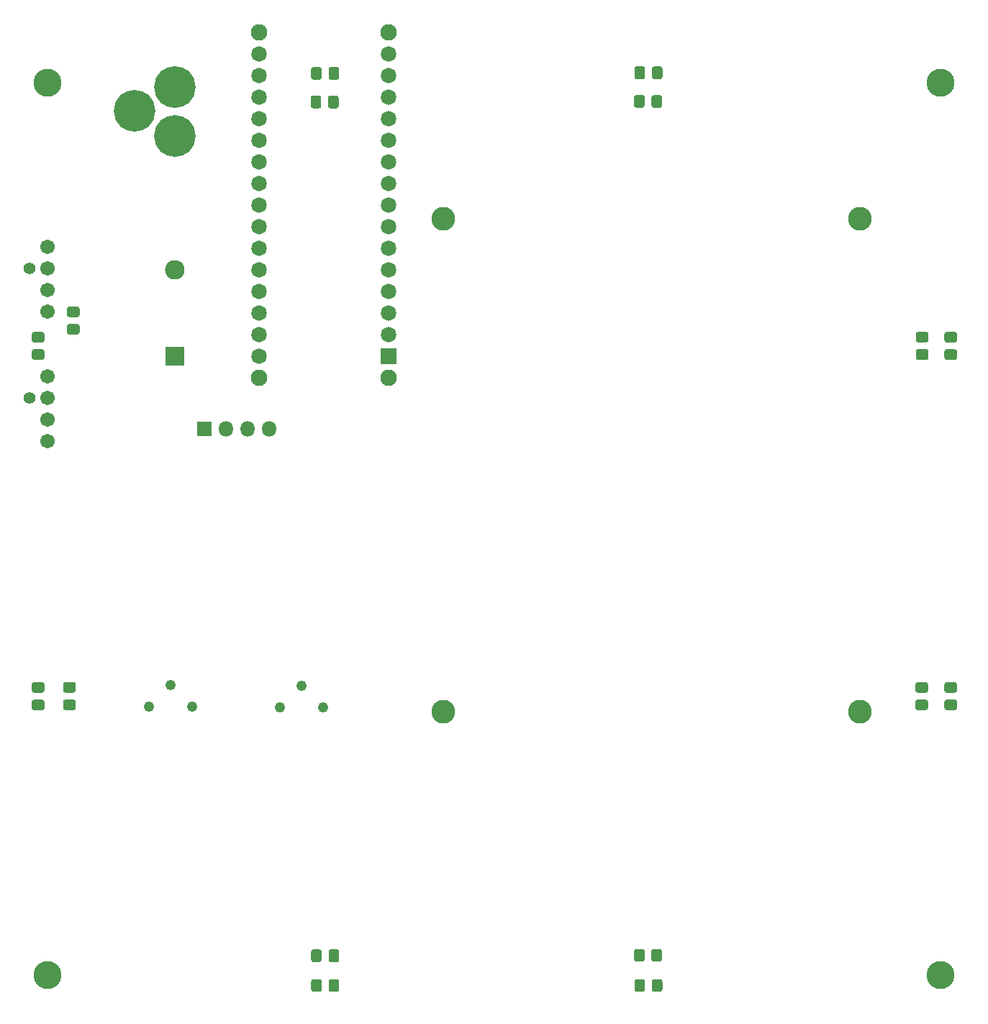
<source format=gbr>
%TF.GenerationSoftware,KiCad,Pcbnew,(5.1.6)-1*%
%TF.CreationDate,2024-05-27T20:35:23-04:00*%
%TF.ProjectId,watercooled-pi-120mm,77617465-7263-46f6-9f6c-65642d70692d,rev?*%
%TF.SameCoordinates,Original*%
%TF.FileFunction,Soldermask,Bot*%
%TF.FilePolarity,Negative*%
%FSLAX46Y46*%
G04 Gerber Fmt 4.6, Leading zero omitted, Abs format (unit mm)*
G04 Created by KiCad (PCBNEW (5.1.6)-1) date 2024-05-27 20:35:23*
%MOMM*%
%LPD*%
G01*
G04 APERTURE LIST*
%ADD10R,2.300000X2.300000*%
%ADD11O,2.300000X2.300000*%
%ADD12C,3.300000*%
%ADD13C,2.800000*%
%ADD14C,1.705000*%
%ADD15C,1.400000*%
%ADD16C,4.900000*%
%ADD17R,1.800000X1.800000*%
%ADD18O,1.800000X1.800000*%
%ADD19C,1.220000*%
%ADD20C,1.950000*%
%ADD21R,1.827200X1.827200*%
%ADD22C,1.827200*%
G04 APERTURE END LIST*
D10*
%TO.C,D1*%
X117157500Y-75565000D03*
D11*
X117157500Y-65405000D03*
%TD*%
D12*
%TO.C,H1*%
X102171500Y-43370500D03*
%TD*%
%TO.C,H2*%
X207200500Y-43370500D03*
%TD*%
%TO.C,H3*%
X102171500Y-148399500D03*
%TD*%
%TO.C,H4*%
X207200500Y-148399500D03*
%TD*%
D13*
%TO.C,H5*%
X148717000Y-59372500D03*
%TD*%
%TO.C,H6*%
X197739000Y-59372500D03*
%TD*%
%TO.C,H7*%
X148717000Y-117411500D03*
%TD*%
%TO.C,H8*%
X197739000Y-117411500D03*
%TD*%
D14*
%TO.C,J0*%
X102171500Y-85534500D03*
X102171500Y-82994500D03*
X102171500Y-80454500D03*
X102171500Y-77914500D03*
D15*
X100011500Y-80454500D03*
%TD*%
%TO.C,J1*%
X100011500Y-65214500D03*
D14*
X102171500Y-62674500D03*
X102171500Y-65214500D03*
X102171500Y-67754500D03*
X102171500Y-70294500D03*
%TD*%
D16*
%TO.C,J2*%
X117147500Y-49668000D03*
X117147500Y-43868000D03*
X112347500Y-46668000D03*
%TD*%
D17*
%TO.C,J3*%
X120586500Y-84137500D03*
D18*
X123126500Y-84137500D03*
X125666500Y-84137500D03*
X128206500Y-84137500D03*
%TD*%
D19*
%TO.C,R0*%
X114109500Y-116802500D03*
X116649500Y-114262500D03*
X119189500Y-116802500D03*
%TD*%
%TO.C,R1*%
X134556500Y-116866000D03*
X132016500Y-114326000D03*
X129476500Y-116866000D03*
%TD*%
D20*
%TO.C,TB0*%
X127063500Y-37465000D03*
X142303500Y-37465000D03*
X127063500Y-78105000D03*
X142303500Y-78105000D03*
D21*
X142303500Y-75565000D03*
D22*
X142303500Y-73025000D03*
X142303500Y-70485000D03*
X142303500Y-67945000D03*
X142303500Y-65405000D03*
X142303500Y-62865000D03*
X142303500Y-60325000D03*
X142303500Y-57785000D03*
X142303500Y-55245000D03*
X142303500Y-52705000D03*
X142303500Y-50165000D03*
X142303500Y-47625000D03*
X142303500Y-45085000D03*
X142303500Y-42545000D03*
X142303500Y-40005000D03*
X127063500Y-40005000D03*
X127063500Y-42545000D03*
X127063500Y-45085000D03*
X127063500Y-47625000D03*
X127063500Y-50165000D03*
X127063500Y-52705000D03*
X127063500Y-55245000D03*
X127063500Y-57785000D03*
X127063500Y-60325000D03*
X127063500Y-62865000D03*
X127063500Y-65405000D03*
X127063500Y-67945000D03*
X127063500Y-70485000D03*
X127063500Y-73025000D03*
X127063500Y-75565000D03*
%TD*%
%TO.C,D6*%
G36*
G01*
X207928738Y-74758500D02*
X208885262Y-74758500D01*
G75*
G02*
X209157000Y-75030238I0J-271738D01*
G01*
X209157000Y-75736762D01*
G75*
G02*
X208885262Y-76008500I-271738J0D01*
G01*
X207928738Y-76008500D01*
G75*
G02*
X207657000Y-75736762I0J271738D01*
G01*
X207657000Y-75030238D01*
G75*
G02*
X207928738Y-74758500I271738J0D01*
G01*
G37*
G36*
G01*
X207928738Y-72708500D02*
X208885262Y-72708500D01*
G75*
G02*
X209157000Y-72980238I0J-271738D01*
G01*
X209157000Y-73686762D01*
G75*
G02*
X208885262Y-73958500I-271738J0D01*
G01*
X207928738Y-73958500D01*
G75*
G02*
X207657000Y-73686762I0J271738D01*
G01*
X207657000Y-72980238D01*
G75*
G02*
X207928738Y-72708500I271738J0D01*
G01*
G37*
%TD*%
%TO.C,D7*%
G36*
G01*
X207928738Y-113920000D02*
X208885262Y-113920000D01*
G75*
G02*
X209157000Y-114191738I0J-271738D01*
G01*
X209157000Y-114898262D01*
G75*
G02*
X208885262Y-115170000I-271738J0D01*
G01*
X207928738Y-115170000D01*
G75*
G02*
X207657000Y-114898262I0J271738D01*
G01*
X207657000Y-114191738D01*
G75*
G02*
X207928738Y-113920000I271738J0D01*
G01*
G37*
G36*
G01*
X207928738Y-115970000D02*
X208885262Y-115970000D01*
G75*
G02*
X209157000Y-116241738I0J-271738D01*
G01*
X209157000Y-116948262D01*
G75*
G02*
X208885262Y-117220000I-271738J0D01*
G01*
X207928738Y-117220000D01*
G75*
G02*
X207657000Y-116948262I0J271738D01*
G01*
X207657000Y-116241738D01*
G75*
G02*
X207928738Y-115970000I271738J0D01*
G01*
G37*
%TD*%
%TO.C,D8*%
G36*
G01*
X133151500Y-150084262D02*
X133151500Y-149127738D01*
G75*
G02*
X133423238Y-148856000I271738J0D01*
G01*
X134129762Y-148856000D01*
G75*
G02*
X134401500Y-149127738I0J-271738D01*
G01*
X134401500Y-150084262D01*
G75*
G02*
X134129762Y-150356000I-271738J0D01*
G01*
X133423238Y-150356000D01*
G75*
G02*
X133151500Y-150084262I0J271738D01*
G01*
G37*
G36*
G01*
X135201500Y-150084262D02*
X135201500Y-149127738D01*
G75*
G02*
X135473238Y-148856000I271738J0D01*
G01*
X136179762Y-148856000D01*
G75*
G02*
X136451500Y-149127738I0J-271738D01*
G01*
X136451500Y-150084262D01*
G75*
G02*
X136179762Y-150356000I-271738J0D01*
G01*
X135473238Y-150356000D01*
G75*
G02*
X135201500Y-150084262I0J271738D01*
G01*
G37*
%TD*%
%TO.C,D9*%
G36*
G01*
X173238000Y-150084262D02*
X173238000Y-149127738D01*
G75*
G02*
X173509738Y-148856000I271738J0D01*
G01*
X174216262Y-148856000D01*
G75*
G02*
X174488000Y-149127738I0J-271738D01*
G01*
X174488000Y-150084262D01*
G75*
G02*
X174216262Y-150356000I-271738J0D01*
G01*
X173509738Y-150356000D01*
G75*
G02*
X173238000Y-150084262I0J271738D01*
G01*
G37*
G36*
G01*
X171188000Y-150084262D02*
X171188000Y-149127738D01*
G75*
G02*
X171459738Y-148856000I271738J0D01*
G01*
X172166262Y-148856000D01*
G75*
G02*
X172438000Y-149127738I0J-271738D01*
G01*
X172438000Y-150084262D01*
G75*
G02*
X172166262Y-150356000I-271738J0D01*
G01*
X171459738Y-150356000D01*
G75*
G02*
X171188000Y-150084262I0J271738D01*
G01*
G37*
%TD*%
%TO.C,D10*%
G36*
G01*
X133151500Y-42769262D02*
X133151500Y-41812738D01*
G75*
G02*
X133423238Y-41541000I271738J0D01*
G01*
X134129762Y-41541000D01*
G75*
G02*
X134401500Y-41812738I0J-271738D01*
G01*
X134401500Y-42769262D01*
G75*
G02*
X134129762Y-43041000I-271738J0D01*
G01*
X133423238Y-43041000D01*
G75*
G02*
X133151500Y-42769262I0J271738D01*
G01*
G37*
G36*
G01*
X135201500Y-42769262D02*
X135201500Y-41812738D01*
G75*
G02*
X135473238Y-41541000I271738J0D01*
G01*
X136179762Y-41541000D01*
G75*
G02*
X136451500Y-41812738I0J-271738D01*
G01*
X136451500Y-42769262D01*
G75*
G02*
X136179762Y-43041000I-271738J0D01*
G01*
X135473238Y-43041000D01*
G75*
G02*
X135201500Y-42769262I0J271738D01*
G01*
G37*
%TD*%
%TO.C,D11*%
G36*
G01*
X173238000Y-42705762D02*
X173238000Y-41749238D01*
G75*
G02*
X173509738Y-41477500I271738J0D01*
G01*
X174216262Y-41477500D01*
G75*
G02*
X174488000Y-41749238I0J-271738D01*
G01*
X174488000Y-42705762D01*
G75*
G02*
X174216262Y-42977500I-271738J0D01*
G01*
X173509738Y-42977500D01*
G75*
G02*
X173238000Y-42705762I0J271738D01*
G01*
G37*
G36*
G01*
X171188000Y-42705762D02*
X171188000Y-41749238D01*
G75*
G02*
X171459738Y-41477500I271738J0D01*
G01*
X172166262Y-41477500D01*
G75*
G02*
X172438000Y-41749238I0J-271738D01*
G01*
X172438000Y-42705762D01*
G75*
G02*
X172166262Y-42977500I-271738J0D01*
G01*
X171459738Y-42977500D01*
G75*
G02*
X171188000Y-42705762I0J271738D01*
G01*
G37*
%TD*%
%TO.C,D12*%
G36*
G01*
X100550238Y-113920000D02*
X101506762Y-113920000D01*
G75*
G02*
X101778500Y-114191738I0J-271738D01*
G01*
X101778500Y-114898262D01*
G75*
G02*
X101506762Y-115170000I-271738J0D01*
G01*
X100550238Y-115170000D01*
G75*
G02*
X100278500Y-114898262I0J271738D01*
G01*
X100278500Y-114191738D01*
G75*
G02*
X100550238Y-113920000I271738J0D01*
G01*
G37*
G36*
G01*
X100550238Y-115970000D02*
X101506762Y-115970000D01*
G75*
G02*
X101778500Y-116241738I0J-271738D01*
G01*
X101778500Y-116948262D01*
G75*
G02*
X101506762Y-117220000I-271738J0D01*
G01*
X100550238Y-117220000D01*
G75*
G02*
X100278500Y-116948262I0J271738D01*
G01*
X100278500Y-116241738D01*
G75*
G02*
X100550238Y-115970000I271738J0D01*
G01*
G37*
%TD*%
%TO.C,D13*%
G36*
G01*
X100550238Y-74758500D02*
X101506762Y-74758500D01*
G75*
G02*
X101778500Y-75030238I0J-271738D01*
G01*
X101778500Y-75736762D01*
G75*
G02*
X101506762Y-76008500I-271738J0D01*
G01*
X100550238Y-76008500D01*
G75*
G02*
X100278500Y-75736762I0J271738D01*
G01*
X100278500Y-75030238D01*
G75*
G02*
X100550238Y-74758500I271738J0D01*
G01*
G37*
G36*
G01*
X100550238Y-72708500D02*
X101506762Y-72708500D01*
G75*
G02*
X101778500Y-72980238I0J-271738D01*
G01*
X101778500Y-73686762D01*
G75*
G02*
X101506762Y-73958500I-271738J0D01*
G01*
X100550238Y-73958500D01*
G75*
G02*
X100278500Y-73686762I0J271738D01*
G01*
X100278500Y-72980238D01*
G75*
G02*
X100550238Y-72708500I271738J0D01*
G01*
G37*
%TD*%
%TO.C,R6*%
G36*
G01*
X204563238Y-72699500D02*
X205519762Y-72699500D01*
G75*
G02*
X205791500Y-72971238I0J-271738D01*
G01*
X205791500Y-73677762D01*
G75*
G02*
X205519762Y-73949500I-271738J0D01*
G01*
X204563238Y-73949500D01*
G75*
G02*
X204291500Y-73677762I0J271738D01*
G01*
X204291500Y-72971238D01*
G75*
G02*
X204563238Y-72699500I271738J0D01*
G01*
G37*
G36*
G01*
X204563238Y-74749500D02*
X205519762Y-74749500D01*
G75*
G02*
X205791500Y-75021238I0J-271738D01*
G01*
X205791500Y-75727762D01*
G75*
G02*
X205519762Y-75999500I-271738J0D01*
G01*
X204563238Y-75999500D01*
G75*
G02*
X204291500Y-75727762I0J271738D01*
G01*
X204291500Y-75021238D01*
G75*
G02*
X204563238Y-74749500I271738J0D01*
G01*
G37*
%TD*%
%TO.C,R7*%
G36*
G01*
X204499738Y-115970000D02*
X205456262Y-115970000D01*
G75*
G02*
X205728000Y-116241738I0J-271738D01*
G01*
X205728000Y-116948262D01*
G75*
G02*
X205456262Y-117220000I-271738J0D01*
G01*
X204499738Y-117220000D01*
G75*
G02*
X204228000Y-116948262I0J271738D01*
G01*
X204228000Y-116241738D01*
G75*
G02*
X204499738Y-115970000I271738J0D01*
G01*
G37*
G36*
G01*
X204499738Y-113920000D02*
X205456262Y-113920000D01*
G75*
G02*
X205728000Y-114191738I0J-271738D01*
G01*
X205728000Y-114898262D01*
G75*
G02*
X205456262Y-115170000I-271738J0D01*
G01*
X204499738Y-115170000D01*
G75*
G02*
X204228000Y-114898262I0J271738D01*
G01*
X204228000Y-114191738D01*
G75*
G02*
X204499738Y-113920000I271738J0D01*
G01*
G37*
%TD*%
%TO.C,R8*%
G36*
G01*
X133151500Y-146591762D02*
X133151500Y-145635238D01*
G75*
G02*
X133423238Y-145363500I271738J0D01*
G01*
X134129762Y-145363500D01*
G75*
G02*
X134401500Y-145635238I0J-271738D01*
G01*
X134401500Y-146591762D01*
G75*
G02*
X134129762Y-146863500I-271738J0D01*
G01*
X133423238Y-146863500D01*
G75*
G02*
X133151500Y-146591762I0J271738D01*
G01*
G37*
G36*
G01*
X135201500Y-146591762D02*
X135201500Y-145635238D01*
G75*
G02*
X135473238Y-145363500I271738J0D01*
G01*
X136179762Y-145363500D01*
G75*
G02*
X136451500Y-145635238I0J-271738D01*
G01*
X136451500Y-146591762D01*
G75*
G02*
X136179762Y-146863500I-271738J0D01*
G01*
X135473238Y-146863500D01*
G75*
G02*
X135201500Y-146591762I0J271738D01*
G01*
G37*
%TD*%
%TO.C,R9*%
G36*
G01*
X173183500Y-146528262D02*
X173183500Y-145571738D01*
G75*
G02*
X173455238Y-145300000I271738J0D01*
G01*
X174161762Y-145300000D01*
G75*
G02*
X174433500Y-145571738I0J-271738D01*
G01*
X174433500Y-146528262D01*
G75*
G02*
X174161762Y-146800000I-271738J0D01*
G01*
X173455238Y-146800000D01*
G75*
G02*
X173183500Y-146528262I0J271738D01*
G01*
G37*
G36*
G01*
X171133500Y-146528262D02*
X171133500Y-145571738D01*
G75*
G02*
X171405238Y-145300000I271738J0D01*
G01*
X172111762Y-145300000D01*
G75*
G02*
X172383500Y-145571738I0J-271738D01*
G01*
X172383500Y-146528262D01*
G75*
G02*
X172111762Y-146800000I-271738J0D01*
G01*
X171405238Y-146800000D01*
G75*
G02*
X171133500Y-146528262I0J271738D01*
G01*
G37*
%TD*%
%TO.C,R10*%
G36*
G01*
X133088000Y-46134762D02*
X133088000Y-45178238D01*
G75*
G02*
X133359738Y-44906500I271738J0D01*
G01*
X134066262Y-44906500D01*
G75*
G02*
X134338000Y-45178238I0J-271738D01*
G01*
X134338000Y-46134762D01*
G75*
G02*
X134066262Y-46406500I-271738J0D01*
G01*
X133359738Y-46406500D01*
G75*
G02*
X133088000Y-46134762I0J271738D01*
G01*
G37*
G36*
G01*
X135138000Y-46134762D02*
X135138000Y-45178238D01*
G75*
G02*
X135409738Y-44906500I271738J0D01*
G01*
X136116262Y-44906500D01*
G75*
G02*
X136388000Y-45178238I0J-271738D01*
G01*
X136388000Y-46134762D01*
G75*
G02*
X136116262Y-46406500I-271738J0D01*
G01*
X135409738Y-46406500D01*
G75*
G02*
X135138000Y-46134762I0J271738D01*
G01*
G37*
%TD*%
%TO.C,R11*%
G36*
G01*
X173192500Y-46071262D02*
X173192500Y-45114738D01*
G75*
G02*
X173464238Y-44843000I271738J0D01*
G01*
X174170762Y-44843000D01*
G75*
G02*
X174442500Y-45114738I0J-271738D01*
G01*
X174442500Y-46071262D01*
G75*
G02*
X174170762Y-46343000I-271738J0D01*
G01*
X173464238Y-46343000D01*
G75*
G02*
X173192500Y-46071262I0J271738D01*
G01*
G37*
G36*
G01*
X171142500Y-46071262D02*
X171142500Y-45114738D01*
G75*
G02*
X171414238Y-44843000I271738J0D01*
G01*
X172120762Y-44843000D01*
G75*
G02*
X172392500Y-45114738I0J-271738D01*
G01*
X172392500Y-46071262D01*
G75*
G02*
X172120762Y-46343000I-271738J0D01*
G01*
X171414238Y-46343000D01*
G75*
G02*
X171142500Y-46071262I0J271738D01*
G01*
G37*
%TD*%
%TO.C,R12*%
G36*
G01*
X104233238Y-113911000D02*
X105189762Y-113911000D01*
G75*
G02*
X105461500Y-114182738I0J-271738D01*
G01*
X105461500Y-114889262D01*
G75*
G02*
X105189762Y-115161000I-271738J0D01*
G01*
X104233238Y-115161000D01*
G75*
G02*
X103961500Y-114889262I0J271738D01*
G01*
X103961500Y-114182738D01*
G75*
G02*
X104233238Y-113911000I271738J0D01*
G01*
G37*
G36*
G01*
X104233238Y-115961000D02*
X105189762Y-115961000D01*
G75*
G02*
X105461500Y-116232738I0J-271738D01*
G01*
X105461500Y-116939262D01*
G75*
G02*
X105189762Y-117211000I-271738J0D01*
G01*
X104233238Y-117211000D01*
G75*
G02*
X103961500Y-116939262I0J271738D01*
G01*
X103961500Y-116232738D01*
G75*
G02*
X104233238Y-115961000I271738J0D01*
G01*
G37*
%TD*%
%TO.C,R13*%
G36*
G01*
X105634262Y-70974000D02*
X104677738Y-70974000D01*
G75*
G02*
X104406000Y-70702262I0J271738D01*
G01*
X104406000Y-69995738D01*
G75*
G02*
X104677738Y-69724000I271738J0D01*
G01*
X105634262Y-69724000D01*
G75*
G02*
X105906000Y-69995738I0J-271738D01*
G01*
X105906000Y-70702262D01*
G75*
G02*
X105634262Y-70974000I-271738J0D01*
G01*
G37*
G36*
G01*
X105634262Y-73024000D02*
X104677738Y-73024000D01*
G75*
G02*
X104406000Y-72752262I0J271738D01*
G01*
X104406000Y-72045738D01*
G75*
G02*
X104677738Y-71774000I271738J0D01*
G01*
X105634262Y-71774000D01*
G75*
G02*
X105906000Y-72045738I0J-271738D01*
G01*
X105906000Y-72752262D01*
G75*
G02*
X105634262Y-73024000I-271738J0D01*
G01*
G37*
%TD*%
M02*

</source>
